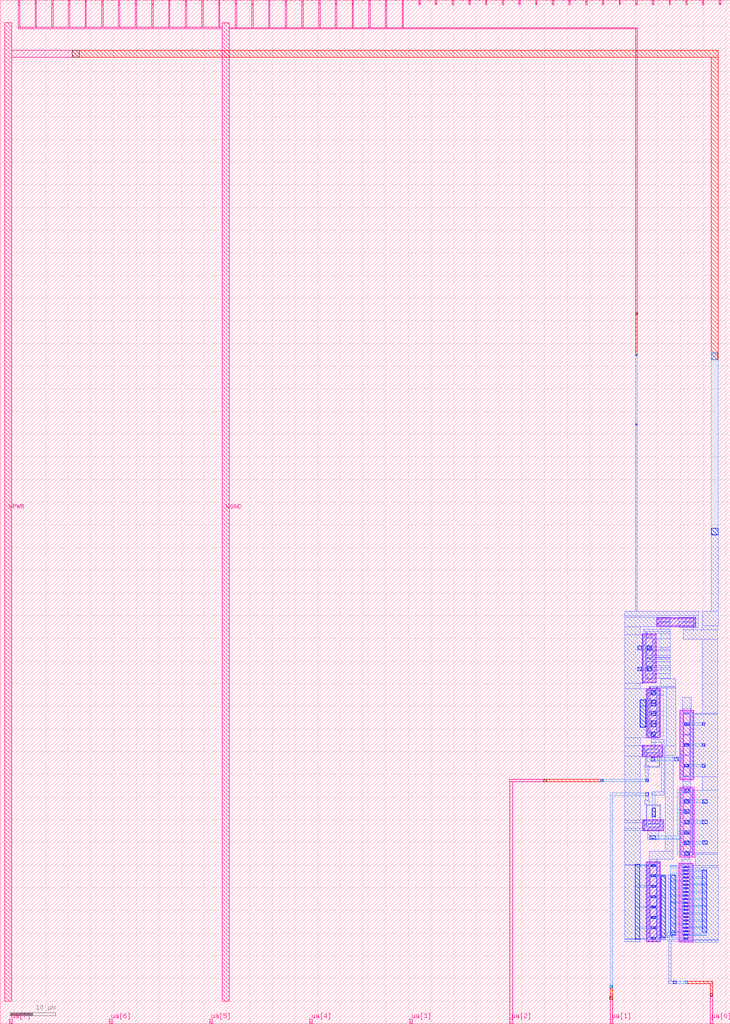
<source format=lef>
VERSION 5.7 ;
  NOWIREEXTENSIONATPIN ON ;
  DIVIDERCHAR "/" ;
  BUSBITCHARS "[]" ;
MACRO tt_um_argunda_tiny_opamp
  CLASS BLOCK ;
  FOREIGN tt_um_argunda_tiny_opamp ;
  ORIGIN 0.000 0.000 ;
  SIZE 161.000 BY 225.760 ;
  PIN clk
    DIRECTION INPUT ;
    USE SIGNAL ;
    PORT
      LAYER met4 ;
        RECT 154.870 224.760 155.170 225.760 ;
    END
  END clk
  PIN ena
    DIRECTION INPUT ;
    USE SIGNAL ;
    PORT
      LAYER met4 ;
        RECT 158.550 224.760 158.850 225.760 ;
    END
  END ena
  PIN rst_n
    DIRECTION INPUT ;
    USE SIGNAL ;
    PORT
      LAYER met4 ;
        RECT 151.190 224.760 151.490 225.760 ;
    END
  END rst_n
  PIN ua[0]
    DIRECTION INOUT ;
    USE SIGNAL ;
    ANTENNADIFFAREA 4.350000 ;
    PORT
      LAYER met4 ;
        RECT 156.560 0.000 157.160 1.000 ;
    END
  END ua[0]
  PIN ua[1]
    DIRECTION INOUT ;
    USE SIGNAL ;
    ANTENNAGATEAREA 1.250000 ;
    PORT
      LAYER met4 ;
        RECT 134.480 0.000 135.080 1.000 ;
    END
  END ua[1]
  PIN ua[2]
    DIRECTION INOUT ;
    USE SIGNAL ;
    ANTENNAGATEAREA 1.250000 ;
    PORT
      LAYER met4 ;
        RECT 112.400 0.000 113.000 1.000 ;
    END
  END ua[2]
  PIN ua[3]
    DIRECTION INOUT ;
    USE SIGNAL ;
    PORT
      LAYER met4 ;
        RECT 90.320 0.000 90.920 1.000 ;
    END
  END ua[3]
  PIN ua[4]
    DIRECTION INOUT ;
    USE SIGNAL ;
    PORT
      LAYER met4 ;
        RECT 68.240 0.000 68.840 1.000 ;
    END
  END ua[4]
  PIN ua[5]
    DIRECTION INOUT ;
    USE SIGNAL ;
    PORT
      LAYER met4 ;
        RECT 46.160 0.000 46.760 1.000 ;
    END
  END ua[5]
  PIN ua[6]
    DIRECTION INOUT ;
    USE SIGNAL ;
    PORT
      LAYER met4 ;
        RECT 24.080 0.000 24.680 1.000 ;
    END
  END ua[6]
  PIN ua[7]
    DIRECTION INOUT ;
    USE SIGNAL ;
    PORT
      LAYER met4 ;
        RECT 2.000 0.000 2.600 1.000 ;
    END
  END ua[7]
  PIN ui_in[0]
    DIRECTION INPUT ;
    USE SIGNAL ;
    PORT
      LAYER met4 ;
        RECT 147.510 224.760 147.810 225.760 ;
    END
  END ui_in[0]
  PIN ui_in[1]
    DIRECTION INPUT ;
    USE SIGNAL ;
    PORT
      LAYER met4 ;
        RECT 143.830 224.760 144.130 225.760 ;
    END
  END ui_in[1]
  PIN ui_in[2]
    DIRECTION INPUT ;
    USE SIGNAL ;
    PORT
      LAYER met4 ;
        RECT 140.150 224.760 140.450 225.760 ;
    END
  END ui_in[2]
  PIN ui_in[3]
    DIRECTION INPUT ;
    USE SIGNAL ;
    PORT
      LAYER met4 ;
        RECT 136.470 224.760 136.770 225.760 ;
    END
  END ui_in[3]
  PIN ui_in[4]
    DIRECTION INPUT ;
    USE SIGNAL ;
    PORT
      LAYER met4 ;
        RECT 132.790 224.760 133.090 225.760 ;
    END
  END ui_in[4]
  PIN ui_in[5]
    DIRECTION INPUT ;
    USE SIGNAL ;
    PORT
      LAYER met4 ;
        RECT 129.110 224.760 129.410 225.760 ;
    END
  END ui_in[5]
  PIN ui_in[6]
    DIRECTION INPUT ;
    USE SIGNAL ;
    PORT
      LAYER met4 ;
        RECT 125.430 224.760 125.730 225.760 ;
    END
  END ui_in[6]
  PIN ui_in[7]
    DIRECTION INPUT ;
    USE SIGNAL ;
    PORT
      LAYER met4 ;
        RECT 121.750 224.760 122.050 225.760 ;
    END
  END ui_in[7]
  PIN uio_in[0]
    DIRECTION INPUT ;
    USE SIGNAL ;
    PORT
      LAYER met4 ;
        RECT 118.070 224.760 118.370 225.760 ;
    END
  END uio_in[0]
  PIN uio_in[1]
    DIRECTION INPUT ;
    USE SIGNAL ;
    PORT
      LAYER met4 ;
        RECT 114.390 224.760 114.690 225.760 ;
    END
  END uio_in[1]
  PIN uio_in[2]
    DIRECTION INPUT ;
    USE SIGNAL ;
    PORT
      LAYER met4 ;
        RECT 110.710 224.760 111.010 225.760 ;
    END
  END uio_in[2]
  PIN uio_in[3]
    DIRECTION INPUT ;
    USE SIGNAL ;
    PORT
      LAYER met4 ;
        RECT 107.030 224.760 107.330 225.760 ;
    END
  END uio_in[3]
  PIN uio_in[4]
    DIRECTION INPUT ;
    USE SIGNAL ;
    PORT
      LAYER met4 ;
        RECT 103.350 224.760 103.650 225.760 ;
    END
  END uio_in[4]
  PIN uio_in[5]
    DIRECTION INPUT ;
    USE SIGNAL ;
    PORT
      LAYER met4 ;
        RECT 99.670 224.760 99.970 225.760 ;
    END
  END uio_in[5]
  PIN uio_in[6]
    DIRECTION INPUT ;
    USE SIGNAL ;
    PORT
      LAYER met4 ;
        RECT 95.990 224.760 96.290 225.760 ;
    END
  END uio_in[6]
  PIN uio_in[7]
    DIRECTION INPUT ;
    USE SIGNAL ;
    PORT
      LAYER met4 ;
        RECT 92.310 224.760 92.610 225.760 ;
    END
  END uio_in[7]
  PIN uio_oe[0]
    DIRECTION OUTPUT ;
    USE SIGNAL ;
    ANTENNADIFFAREA 25.116999 ;
    PORT
      LAYER met4 ;
        RECT 29.750 224.760 30.050 225.760 ;
    END
  END uio_oe[0]
  PIN uio_oe[1]
    DIRECTION OUTPUT ;
    USE SIGNAL ;
    ANTENNADIFFAREA 25.116999 ;
    PORT
      LAYER met4 ;
        RECT 26.070 224.760 26.370 225.760 ;
    END
  END uio_oe[1]
  PIN uio_oe[2]
    DIRECTION OUTPUT ;
    USE SIGNAL ;
    ANTENNADIFFAREA 25.116999 ;
    PORT
      LAYER met4 ;
        RECT 22.390 224.760 22.690 225.760 ;
    END
  END uio_oe[2]
  PIN uio_oe[3]
    DIRECTION OUTPUT ;
    USE SIGNAL ;
    ANTENNADIFFAREA 25.116999 ;
    PORT
      LAYER met4 ;
        RECT 18.710 224.760 19.010 225.760 ;
    END
  END uio_oe[3]
  PIN uio_oe[4]
    DIRECTION OUTPUT ;
    USE SIGNAL ;
    ANTENNADIFFAREA 25.116999 ;
    PORT
      LAYER met4 ;
        RECT 15.030 224.760 15.330 225.760 ;
    END
  END uio_oe[4]
  PIN uio_oe[5]
    DIRECTION OUTPUT ;
    USE SIGNAL ;
    ANTENNADIFFAREA 25.116999 ;
    PORT
      LAYER met4 ;
        RECT 11.350 224.760 11.650 225.760 ;
    END
  END uio_oe[5]
  PIN uio_oe[6]
    DIRECTION OUTPUT ;
    USE SIGNAL ;
    ANTENNADIFFAREA 25.116999 ;
    PORT
      LAYER met4 ;
        RECT 7.670 224.760 7.970 225.760 ;
    END
  END uio_oe[6]
  PIN uio_oe[7]
    DIRECTION OUTPUT ;
    USE SIGNAL ;
    ANTENNADIFFAREA 25.116999 ;
    PORT
      LAYER met4 ;
        RECT 3.990 224.760 4.290 225.760 ;
    END
  END uio_oe[7]
  PIN uio_out[0]
    DIRECTION OUTPUT ;
    USE SIGNAL ;
    ANTENNADIFFAREA 25.116999 ;
    PORT
      LAYER met4 ;
        RECT 59.190 224.760 59.490 225.760 ;
    END
  END uio_out[0]
  PIN uio_out[1]
    DIRECTION OUTPUT ;
    USE SIGNAL ;
    ANTENNADIFFAREA 25.116999 ;
    PORT
      LAYER met4 ;
        RECT 55.510 224.760 55.810 225.760 ;
    END
  END uio_out[1]
  PIN uio_out[2]
    DIRECTION OUTPUT ;
    USE SIGNAL ;
    ANTENNADIFFAREA 25.116999 ;
    PORT
      LAYER met4 ;
        RECT 51.830 224.760 52.130 225.760 ;
    END
  END uio_out[2]
  PIN uio_out[3]
    DIRECTION OUTPUT ;
    USE SIGNAL ;
    ANTENNADIFFAREA 25.116999 ;
    PORT
      LAYER met4 ;
        RECT 48.150 224.760 48.450 225.760 ;
    END
  END uio_out[3]
  PIN uio_out[4]
    DIRECTION OUTPUT ;
    USE SIGNAL ;
    ANTENNADIFFAREA 25.116999 ;
    PORT
      LAYER met4 ;
        RECT 44.470 224.760 44.770 225.760 ;
    END
  END uio_out[4]
  PIN uio_out[5]
    DIRECTION OUTPUT ;
    USE SIGNAL ;
    ANTENNADIFFAREA 25.116999 ;
    PORT
      LAYER met4 ;
        RECT 40.790 224.760 41.090 225.760 ;
    END
  END uio_out[5]
  PIN uio_out[6]
    DIRECTION OUTPUT ;
    USE SIGNAL ;
    ANTENNADIFFAREA 25.116999 ;
    PORT
      LAYER met4 ;
        RECT 37.110 224.760 37.410 225.760 ;
    END
  END uio_out[6]
  PIN uio_out[7]
    DIRECTION OUTPUT ;
    USE SIGNAL ;
    ANTENNADIFFAREA 25.116999 ;
    PORT
      LAYER met4 ;
        RECT 33.430 224.760 33.730 225.760 ;
    END
  END uio_out[7]
  PIN uo_out[0]
    DIRECTION OUTPUT ;
    USE SIGNAL ;
    ANTENNADIFFAREA 25.116999 ;
    PORT
      LAYER met4 ;
        RECT 88.630 224.760 88.930 225.760 ;
    END
  END uo_out[0]
  PIN uo_out[1]
    DIRECTION OUTPUT ;
    USE SIGNAL ;
    ANTENNADIFFAREA 25.116999 ;
    PORT
      LAYER met4 ;
        RECT 84.950 224.760 85.250 225.760 ;
    END
  END uo_out[1]
  PIN uo_out[2]
    DIRECTION OUTPUT ;
    USE SIGNAL ;
    ANTENNADIFFAREA 25.116999 ;
    PORT
      LAYER met4 ;
        RECT 81.270 224.760 81.570 225.760 ;
    END
  END uo_out[2]
  PIN uo_out[3]
    DIRECTION OUTPUT ;
    USE SIGNAL ;
    ANTENNADIFFAREA 25.116999 ;
    PORT
      LAYER met4 ;
        RECT 77.590 224.760 77.890 225.760 ;
    END
  END uo_out[3]
  PIN uo_out[4]
    DIRECTION OUTPUT ;
    USE SIGNAL ;
    ANTENNADIFFAREA 25.116999 ;
    PORT
      LAYER met4 ;
        RECT 73.910 224.760 74.210 225.760 ;
    END
  END uo_out[4]
  PIN uo_out[5]
    DIRECTION OUTPUT ;
    USE SIGNAL ;
    ANTENNADIFFAREA 25.116999 ;
    PORT
      LAYER met4 ;
        RECT 70.230 224.760 70.530 225.760 ;
    END
  END uo_out[5]
  PIN uo_out[6]
    DIRECTION OUTPUT ;
    USE SIGNAL ;
    ANTENNADIFFAREA 25.116999 ;
    PORT
      LAYER met4 ;
        RECT 66.550 224.760 66.850 225.760 ;
    END
  END uo_out[6]
  PIN uo_out[7]
    DIRECTION OUTPUT ;
    USE SIGNAL ;
    ANTENNADIFFAREA 25.116999 ;
    PORT
      LAYER met4 ;
        RECT 62.870 224.760 63.170 225.760 ;
    END
  END uo_out[7]
  PIN VPWR
    DIRECTION INOUT ;
    USE POWER ;
    PORT
      LAYER met4 ;
        RECT 1.000 5.000 2.500 220.760 ;
    END
  END VPWR
  PIN VGND
    DIRECTION INOUT ;
    USE GROUND ;
    PORT
      LAYER met4 ;
        RECT 49.000 5.000 50.500 220.760 ;
    END
  END VGND
  OBS
      LAYER pwell ;
        RECT 144.740 87.580 153.360 89.590 ;
        RECT 141.570 75.160 144.670 85.990 ;
        RECT 143.140 74.190 143.370 74.220 ;
        RECT 143.180 73.860 143.370 74.190 ;
        RECT 144.710 73.860 144.940 74.220 ;
        RECT 142.490 63.030 145.590 73.860 ;
        RECT 141.560 58.940 146.160 61.400 ;
      LAYER nwell ;
        RECT 149.810 53.780 153.000 69.190 ;
      LAYER pwell ;
        RECT 141.740 42.520 146.340 44.980 ;
      LAYER nwell ;
        RECT 149.860 36.760 153.050 52.170 ;
      LAYER pwell ;
        RECT 142.510 18.030 145.610 35.730 ;
      LAYER nwell ;
        RECT 149.630 17.970 152.820 35.440 ;
      LAYER li1 ;
        RECT 144.920 89.240 153.180 89.410 ;
        RECT 144.920 89.070 145.090 89.240 ;
        RECT 144.770 88.170 145.260 89.070 ;
        RECT 153.010 88.970 153.180 89.240 ;
        RECT 145.570 88.410 147.730 88.760 ;
        RECT 150.370 88.410 152.530 88.760 ;
        RECT 152.990 88.220 153.280 88.970 ;
        RECT 144.920 87.930 145.090 88.170 ;
        RECT 153.010 87.930 153.180 88.220 ;
        RECT 144.920 87.760 153.180 87.930 ;
        RECT 141.750 85.640 144.490 85.810 ;
        RECT 141.750 75.510 141.920 85.640 ;
        RECT 142.600 85.070 143.640 85.240 ;
        RECT 142.260 83.010 142.430 85.010 ;
        RECT 143.810 83.010 143.980 85.010 ;
        RECT 142.600 82.780 143.640 82.950 ;
        RECT 142.260 80.720 142.430 82.720 ;
        RECT 143.810 80.720 143.980 82.720 ;
        RECT 142.600 80.490 143.640 80.660 ;
        RECT 142.260 78.430 142.430 80.430 ;
        RECT 143.810 78.430 143.980 80.430 ;
        RECT 142.600 78.200 143.640 78.370 ;
        RECT 142.260 76.140 142.430 78.140 ;
        RECT 143.810 76.140 143.980 78.140 ;
        RECT 142.600 75.910 143.640 76.080 ;
        RECT 144.320 75.510 144.490 85.640 ;
        RECT 141.750 75.340 144.490 75.510 ;
        RECT 142.670 73.510 145.410 73.680 ;
        RECT 142.670 63.380 142.840 73.510 ;
        RECT 143.520 72.940 144.560 73.110 ;
        RECT 143.180 70.880 143.350 72.880 ;
        RECT 144.730 70.880 144.900 72.880 ;
        RECT 143.520 70.650 144.560 70.820 ;
        RECT 143.180 68.590 143.350 70.590 ;
        RECT 144.730 68.590 144.900 70.590 ;
        RECT 143.520 68.360 144.560 68.530 ;
        RECT 143.180 66.300 143.350 68.300 ;
        RECT 144.730 66.300 144.900 68.300 ;
        RECT 143.520 66.070 144.560 66.240 ;
        RECT 143.180 64.010 143.350 66.010 ;
        RECT 144.730 64.010 144.900 66.010 ;
        RECT 143.520 63.780 144.560 63.950 ;
        RECT 145.240 63.380 145.410 73.510 ;
        RECT 142.670 63.210 145.410 63.380 ;
        RECT 149.990 68.840 152.820 69.010 ;
        RECT 141.740 61.050 145.980 61.220 ;
        RECT 141.740 59.290 141.910 61.050 ;
        RECT 142.590 60.480 145.130 60.650 ;
        RECT 142.250 59.920 142.420 60.420 ;
        RECT 145.300 59.920 145.470 60.420 ;
        RECT 142.590 59.690 145.130 59.860 ;
        RECT 145.810 59.290 145.980 61.050 ;
        RECT 141.740 59.120 145.980 59.290 ;
        RECT 149.990 54.130 150.160 68.840 ;
        RECT 150.885 68.270 151.925 68.440 ;
        RECT 150.500 66.210 150.670 68.210 ;
        RECT 152.140 66.210 152.310 68.210 ;
        RECT 150.885 65.980 151.925 66.150 ;
        RECT 150.500 63.920 150.670 65.920 ;
        RECT 152.140 63.920 152.310 65.920 ;
        RECT 150.885 63.690 151.925 63.860 ;
        RECT 150.500 61.630 150.670 63.630 ;
        RECT 152.140 61.630 152.310 63.630 ;
        RECT 150.885 61.400 151.925 61.570 ;
        RECT 150.500 59.340 150.670 61.340 ;
        RECT 152.140 59.340 152.310 61.340 ;
        RECT 150.885 59.110 151.925 59.280 ;
        RECT 150.500 57.050 150.670 59.050 ;
        RECT 152.140 57.050 152.310 59.050 ;
        RECT 150.885 56.820 151.925 56.990 ;
        RECT 150.500 54.760 150.670 56.760 ;
        RECT 152.140 54.760 152.310 56.760 ;
        RECT 150.885 54.530 151.925 54.700 ;
        RECT 152.650 54.130 152.820 68.840 ;
        RECT 149.990 53.960 152.820 54.130 ;
        RECT 150.040 51.820 152.870 51.990 ;
        RECT 141.920 44.630 146.160 44.800 ;
        RECT 141.920 44.310 142.090 44.630 ;
        RECT 141.730 43.190 142.090 44.310 ;
        RECT 142.770 44.060 145.310 44.230 ;
        RECT 142.430 43.500 142.600 44.000 ;
        RECT 145.480 43.500 145.650 44.000 ;
        RECT 142.770 43.270 145.310 43.440 ;
        RECT 141.920 42.870 142.090 43.190 ;
        RECT 145.990 42.870 146.160 44.630 ;
        RECT 141.920 42.700 146.160 42.870 ;
        RECT 150.040 37.110 150.210 51.820 ;
        RECT 150.935 51.250 151.975 51.420 ;
        RECT 150.550 49.190 150.720 51.190 ;
        RECT 152.190 49.190 152.360 51.190 ;
        RECT 150.935 48.960 151.975 49.130 ;
        RECT 150.550 46.900 150.720 48.900 ;
        RECT 152.190 46.900 152.360 48.900 ;
        RECT 150.935 46.670 151.975 46.840 ;
        RECT 150.550 44.610 150.720 46.610 ;
        RECT 152.190 44.610 152.360 46.610 ;
        RECT 150.935 44.380 151.975 44.550 ;
        RECT 150.550 42.320 150.720 44.320 ;
        RECT 152.190 42.320 152.360 44.320 ;
        RECT 150.935 42.090 151.975 42.260 ;
        RECT 150.550 40.030 150.720 42.030 ;
        RECT 152.190 40.030 152.360 42.030 ;
        RECT 150.935 39.800 151.975 39.970 ;
        RECT 150.550 37.740 150.720 39.740 ;
        RECT 152.190 37.740 152.360 39.740 ;
        RECT 150.935 37.510 151.975 37.680 ;
        RECT 152.700 37.110 152.870 51.820 ;
        RECT 150.040 36.940 152.870 37.110 ;
        RECT 142.690 35.380 145.430 35.550 ;
        RECT 142.690 18.380 142.860 35.380 ;
        RECT 143.540 34.810 144.580 34.980 ;
        RECT 143.200 32.750 143.370 34.750 ;
        RECT 144.750 32.750 144.920 34.750 ;
        RECT 143.540 32.520 144.580 32.690 ;
        RECT 143.200 30.460 143.370 32.460 ;
        RECT 144.750 30.460 144.920 32.460 ;
        RECT 143.540 30.230 144.580 30.400 ;
        RECT 143.200 28.170 143.370 30.170 ;
        RECT 144.750 28.170 144.920 30.170 ;
        RECT 143.540 27.940 144.580 28.110 ;
        RECT 143.200 25.880 143.370 27.880 ;
        RECT 144.750 25.880 144.920 27.880 ;
        RECT 143.540 25.650 144.580 25.820 ;
        RECT 143.200 23.590 143.370 25.590 ;
        RECT 144.750 23.590 144.920 25.590 ;
        RECT 143.540 23.360 144.580 23.530 ;
        RECT 143.200 21.300 143.370 23.300 ;
        RECT 144.750 21.300 144.920 23.300 ;
        RECT 143.540 21.070 144.580 21.240 ;
        RECT 143.200 19.010 143.370 21.010 ;
        RECT 144.750 19.010 144.920 21.010 ;
        RECT 143.540 18.780 144.580 18.950 ;
        RECT 145.260 18.380 145.430 35.380 ;
        RECT 142.690 18.210 145.430 18.380 ;
        RECT 149.810 35.090 152.640 35.260 ;
        RECT 149.810 18.320 149.980 35.090 ;
        RECT 150.705 34.520 151.745 34.690 ;
        RECT 150.320 33.960 150.490 34.460 ;
        RECT 151.960 33.960 152.130 34.460 ;
        RECT 150.705 33.730 151.745 33.900 ;
        RECT 150.320 33.170 150.490 33.670 ;
        RECT 151.960 33.170 152.130 33.670 ;
        RECT 150.705 32.940 151.745 33.110 ;
        RECT 150.320 32.380 150.490 32.880 ;
        RECT 151.960 32.380 152.130 32.880 ;
        RECT 150.705 32.150 151.745 32.320 ;
        RECT 150.320 31.590 150.490 32.090 ;
        RECT 151.960 31.590 152.130 32.090 ;
        RECT 150.705 31.360 151.745 31.530 ;
        RECT 150.320 30.800 150.490 31.300 ;
        RECT 151.960 30.800 152.130 31.300 ;
        RECT 150.705 30.570 151.745 30.740 ;
        RECT 150.320 30.010 150.490 30.510 ;
        RECT 151.960 30.010 152.130 30.510 ;
        RECT 150.705 29.780 151.745 29.950 ;
        RECT 150.320 29.220 150.490 29.720 ;
        RECT 151.960 29.220 152.130 29.720 ;
        RECT 150.705 28.990 151.745 29.160 ;
        RECT 150.320 28.430 150.490 28.930 ;
        RECT 151.960 28.430 152.130 28.930 ;
        RECT 150.705 28.200 151.745 28.370 ;
        RECT 150.320 27.640 150.490 28.140 ;
        RECT 151.960 27.640 152.130 28.140 ;
        RECT 150.705 27.410 151.745 27.580 ;
        RECT 150.320 26.850 150.490 27.350 ;
        RECT 151.960 26.850 152.130 27.350 ;
        RECT 150.705 26.620 151.745 26.790 ;
        RECT 150.320 26.060 150.490 26.560 ;
        RECT 151.960 26.060 152.130 26.560 ;
        RECT 150.705 25.830 151.745 26.000 ;
        RECT 150.320 25.270 150.490 25.770 ;
        RECT 151.960 25.270 152.130 25.770 ;
        RECT 150.705 25.040 151.745 25.210 ;
        RECT 150.320 24.480 150.490 24.980 ;
        RECT 151.960 24.480 152.130 24.980 ;
        RECT 150.705 24.250 151.745 24.420 ;
        RECT 150.320 23.690 150.490 24.190 ;
        RECT 151.960 23.690 152.130 24.190 ;
        RECT 150.705 23.460 151.745 23.630 ;
        RECT 150.320 22.900 150.490 23.400 ;
        RECT 151.960 22.900 152.130 23.400 ;
        RECT 150.705 22.670 151.745 22.840 ;
        RECT 150.320 22.110 150.490 22.610 ;
        RECT 151.960 22.110 152.130 22.610 ;
        RECT 150.705 21.880 151.745 22.050 ;
        RECT 150.320 21.320 150.490 21.820 ;
        RECT 151.960 21.320 152.130 21.820 ;
        RECT 150.705 21.090 151.745 21.260 ;
        RECT 150.320 20.530 150.490 21.030 ;
        RECT 151.960 20.530 152.130 21.030 ;
        RECT 150.705 20.300 151.745 20.470 ;
        RECT 150.320 19.740 150.490 20.240 ;
        RECT 151.960 19.740 152.130 20.240 ;
        RECT 150.705 19.510 151.745 19.680 ;
        RECT 150.320 18.950 150.490 19.450 ;
        RECT 151.960 18.950 152.130 19.450 ;
        RECT 150.705 18.720 151.745 18.890 ;
        RECT 152.470 18.320 152.640 35.090 ;
        RECT 149.810 18.150 152.640 18.320 ;
      LAYER mcon ;
        RECT 145.660 88.490 147.645 88.680 ;
        RECT 150.455 88.490 152.440 88.680 ;
        RECT 141.750 75.820 141.920 85.330 ;
        RECT 142.680 85.070 143.560 85.240 ;
        RECT 142.260 83.090 142.430 84.930 ;
        RECT 143.810 83.090 143.980 84.930 ;
        RECT 142.680 82.780 143.560 82.950 ;
        RECT 142.260 80.800 142.430 82.640 ;
        RECT 143.810 80.800 143.980 82.640 ;
        RECT 142.680 80.490 143.560 80.660 ;
        RECT 142.260 78.510 142.430 80.350 ;
        RECT 143.810 78.510 143.980 80.350 ;
        RECT 142.680 78.200 143.560 78.370 ;
        RECT 142.260 76.220 142.430 78.060 ;
        RECT 143.810 76.220 143.980 78.060 ;
        RECT 142.680 75.910 143.560 76.080 ;
        RECT 142.670 63.690 142.840 73.200 ;
        RECT 143.600 72.940 144.480 73.110 ;
        RECT 143.180 70.960 143.350 72.800 ;
        RECT 144.730 70.960 144.900 72.800 ;
        RECT 143.600 70.650 144.480 70.820 ;
        RECT 143.180 68.670 143.350 70.510 ;
        RECT 144.730 68.670 144.900 70.510 ;
        RECT 143.600 68.360 144.480 68.530 ;
        RECT 143.180 66.380 143.350 68.220 ;
        RECT 144.730 66.380 144.900 68.220 ;
        RECT 143.600 66.070 144.480 66.240 ;
        RECT 143.180 64.090 143.350 65.930 ;
        RECT 144.730 64.090 144.900 65.930 ;
        RECT 143.600 63.780 144.480 63.950 ;
        RECT 141.740 59.600 141.910 60.740 ;
        RECT 142.670 60.480 145.050 60.650 ;
        RECT 142.250 60.000 142.420 60.340 ;
        RECT 145.300 60.000 145.470 60.340 ;
        RECT 142.670 59.690 145.050 59.860 ;
        RECT 150.965 68.270 151.845 68.440 ;
        RECT 150.500 66.290 150.670 68.130 ;
        RECT 152.140 66.290 152.310 68.130 ;
        RECT 150.965 65.980 151.845 66.150 ;
        RECT 150.500 64.000 150.670 65.840 ;
        RECT 152.140 64.000 152.310 65.840 ;
        RECT 150.965 63.690 151.845 63.860 ;
        RECT 150.500 61.710 150.670 63.550 ;
        RECT 152.140 61.710 152.310 63.550 ;
        RECT 150.965 61.400 151.845 61.570 ;
        RECT 150.500 59.420 150.670 61.260 ;
        RECT 152.140 59.420 152.310 61.260 ;
        RECT 150.965 59.110 151.845 59.280 ;
        RECT 150.500 57.130 150.670 58.970 ;
        RECT 152.140 57.130 152.310 58.970 ;
        RECT 150.965 56.820 151.845 56.990 ;
        RECT 150.500 54.840 150.670 56.680 ;
        RECT 152.140 54.840 152.310 56.680 ;
        RECT 150.965 54.530 151.845 54.700 ;
        RECT 152.650 54.440 152.820 68.530 ;
        RECT 141.730 43.190 142.080 44.310 ;
        RECT 142.850 44.060 145.230 44.230 ;
        RECT 142.430 43.580 142.600 43.920 ;
        RECT 145.480 43.580 145.650 43.920 ;
        RECT 142.850 43.270 145.230 43.440 ;
        RECT 151.015 51.250 151.895 51.420 ;
        RECT 150.550 49.270 150.720 51.110 ;
        RECT 152.190 49.270 152.360 51.110 ;
        RECT 151.015 48.960 151.895 49.130 ;
        RECT 150.550 46.980 150.720 48.820 ;
        RECT 152.190 46.980 152.360 48.820 ;
        RECT 151.015 46.670 151.895 46.840 ;
        RECT 150.550 44.690 150.720 46.530 ;
        RECT 152.190 44.690 152.360 46.530 ;
        RECT 151.015 44.380 151.895 44.550 ;
        RECT 150.550 42.400 150.720 44.240 ;
        RECT 152.190 42.400 152.360 44.240 ;
        RECT 151.015 42.090 151.895 42.260 ;
        RECT 150.550 40.110 150.720 41.950 ;
        RECT 152.190 40.110 152.360 41.950 ;
        RECT 151.015 39.800 151.895 39.970 ;
        RECT 150.550 37.820 150.720 39.660 ;
        RECT 152.190 37.820 152.360 39.660 ;
        RECT 151.015 37.510 151.895 37.680 ;
        RECT 152.700 37.420 152.870 51.510 ;
        RECT 142.690 18.690 142.860 35.070 ;
        RECT 143.620 34.810 144.500 34.980 ;
        RECT 143.200 32.830 143.370 34.670 ;
        RECT 144.750 32.830 144.920 34.670 ;
        RECT 143.620 32.520 144.500 32.690 ;
        RECT 143.200 30.540 143.370 32.380 ;
        RECT 144.750 30.540 144.920 32.380 ;
        RECT 143.620 30.230 144.500 30.400 ;
        RECT 143.200 28.250 143.370 30.090 ;
        RECT 144.750 28.250 144.920 30.090 ;
        RECT 143.620 27.940 144.500 28.110 ;
        RECT 143.200 25.960 143.370 27.800 ;
        RECT 144.750 25.960 144.920 27.800 ;
        RECT 143.620 25.650 144.500 25.820 ;
        RECT 143.200 23.670 143.370 25.510 ;
        RECT 144.750 23.670 144.920 25.510 ;
        RECT 143.620 23.360 144.500 23.530 ;
        RECT 143.200 21.380 143.370 23.220 ;
        RECT 144.750 21.380 144.920 23.220 ;
        RECT 143.620 21.070 144.500 21.240 ;
        RECT 143.200 19.090 143.370 20.930 ;
        RECT 144.750 19.090 144.920 20.930 ;
        RECT 143.620 18.780 144.500 18.950 ;
        RECT 150.785 34.520 151.665 34.690 ;
        RECT 150.320 34.040 150.490 34.380 ;
        RECT 151.960 34.040 152.130 34.380 ;
        RECT 150.785 33.730 151.665 33.900 ;
        RECT 150.320 33.250 150.490 33.590 ;
        RECT 151.960 33.250 152.130 33.590 ;
        RECT 150.785 32.940 151.665 33.110 ;
        RECT 150.320 32.460 150.490 32.800 ;
        RECT 151.960 32.460 152.130 32.800 ;
        RECT 150.785 32.150 151.665 32.320 ;
        RECT 150.320 31.670 150.490 32.010 ;
        RECT 151.960 31.670 152.130 32.010 ;
        RECT 150.785 31.360 151.665 31.530 ;
        RECT 150.320 30.880 150.490 31.220 ;
        RECT 151.960 30.880 152.130 31.220 ;
        RECT 150.785 30.570 151.665 30.740 ;
        RECT 150.320 30.090 150.490 30.430 ;
        RECT 151.960 30.090 152.130 30.430 ;
        RECT 150.785 29.780 151.665 29.950 ;
        RECT 150.320 29.300 150.490 29.640 ;
        RECT 151.960 29.300 152.130 29.640 ;
        RECT 150.785 28.990 151.665 29.160 ;
        RECT 150.320 28.510 150.490 28.850 ;
        RECT 151.960 28.510 152.130 28.850 ;
        RECT 150.785 28.200 151.665 28.370 ;
        RECT 150.320 27.720 150.490 28.060 ;
        RECT 151.960 27.720 152.130 28.060 ;
        RECT 150.785 27.410 151.665 27.580 ;
        RECT 150.320 26.930 150.490 27.270 ;
        RECT 151.960 26.930 152.130 27.270 ;
        RECT 150.785 26.620 151.665 26.790 ;
        RECT 150.320 26.140 150.490 26.480 ;
        RECT 151.960 26.140 152.130 26.480 ;
        RECT 150.785 25.830 151.665 26.000 ;
        RECT 150.320 25.350 150.490 25.690 ;
        RECT 151.960 25.350 152.130 25.690 ;
        RECT 150.785 25.040 151.665 25.210 ;
        RECT 150.320 24.560 150.490 24.900 ;
        RECT 151.960 24.560 152.130 24.900 ;
        RECT 150.785 24.250 151.665 24.420 ;
        RECT 150.320 23.770 150.490 24.110 ;
        RECT 151.960 23.770 152.130 24.110 ;
        RECT 150.785 23.460 151.665 23.630 ;
        RECT 150.320 22.980 150.490 23.320 ;
        RECT 151.960 22.980 152.130 23.320 ;
        RECT 150.785 22.670 151.665 22.840 ;
        RECT 150.320 22.190 150.490 22.530 ;
        RECT 151.960 22.190 152.130 22.530 ;
        RECT 150.785 21.880 151.665 22.050 ;
        RECT 150.320 21.400 150.490 21.740 ;
        RECT 151.960 21.400 152.130 21.740 ;
        RECT 150.785 21.090 151.665 21.260 ;
        RECT 150.320 20.610 150.490 20.950 ;
        RECT 151.960 20.610 152.130 20.950 ;
        RECT 150.785 20.300 151.665 20.470 ;
        RECT 150.320 19.820 150.490 20.160 ;
        RECT 151.960 19.820 152.130 20.160 ;
        RECT 150.785 19.510 151.665 19.680 ;
        RECT 150.320 19.030 150.490 19.370 ;
        RECT 151.960 19.030 152.130 19.370 ;
        RECT 150.785 18.720 151.665 18.890 ;
        RECT 150.290 18.150 152.160 18.320 ;
      LAYER met1 ;
        RECT 140.180 132.070 140.540 132.370 ;
        RECT 140.210 91.000 140.510 132.070 ;
        RECT 156.780 107.820 158.340 109.320 ;
        RECT 156.810 91.030 158.310 107.820 ;
        RECT 137.690 90.020 154.010 91.000 ;
        RECT 137.700 89.670 141.190 90.020 ;
        RECT 137.700 87.550 145.340 89.670 ;
        RECT 145.640 88.710 147.740 89.700 ;
        RECT 145.600 88.460 147.740 88.710 ;
        RECT 137.700 85.810 141.190 87.550 ;
        RECT 145.640 87.030 147.740 88.460 ;
        RECT 149.650 87.460 152.800 89.620 ;
        RECT 141.970 86.400 147.740 87.030 ;
        RECT 137.700 75.070 141.950 85.810 ;
        RECT 142.260 84.990 142.450 86.400 ;
        RECT 142.590 85.990 147.740 86.400 ;
        RECT 142.230 83.030 142.460 84.990 ;
        RECT 142.600 84.980 143.640 85.990 ;
        RECT 143.780 84.930 144.010 84.990 ;
        RECT 145.640 84.930 147.740 85.990 ;
        RECT 142.260 82.700 142.450 83.030 ;
        RECT 142.640 82.980 143.620 83.370 ;
        RECT 143.780 83.090 147.740 84.930 ;
        RECT 150.640 86.910 152.800 87.460 ;
        RECT 152.950 87.380 153.980 90.020 ;
        RECT 154.770 87.810 158.310 91.030 ;
        RECT 154.770 86.910 158.270 87.810 ;
        RECT 150.640 84.750 158.270 86.910 ;
        RECT 143.780 83.030 144.010 83.090 ;
        RECT 142.620 82.750 143.620 82.980 ;
        RECT 142.230 80.740 142.460 82.700 ;
        RECT 142.640 82.420 143.620 82.750 ;
        RECT 143.780 82.640 144.010 82.700 ;
        RECT 145.640 82.640 147.740 83.090 ;
        RECT 143.780 82.220 147.740 82.640 ;
        RECT 142.630 81.310 147.740 82.220 ;
        RECT 142.260 80.410 142.450 80.740 ;
        RECT 142.640 80.690 143.610 81.310 ;
        RECT 143.780 80.790 147.740 81.310 ;
        RECT 143.780 80.740 144.010 80.790 ;
        RECT 144.810 80.760 147.740 80.790 ;
        RECT 142.620 80.460 143.620 80.690 ;
        RECT 142.230 78.450 142.460 80.410 ;
        RECT 142.640 79.880 143.610 80.460 ;
        RECT 143.780 80.350 144.010 80.410 ;
        RECT 145.640 80.350 147.740 80.760 ;
        RECT 143.780 79.880 147.740 80.350 ;
        RECT 142.620 78.970 147.740 79.880 ;
        RECT 142.640 78.920 143.610 78.970 ;
        RECT 142.260 78.120 142.450 78.450 ;
        RECT 142.640 78.400 143.620 78.740 ;
        RECT 143.780 78.510 147.740 78.970 ;
        RECT 143.780 78.450 144.010 78.510 ;
        RECT 142.620 78.170 143.620 78.400 ;
        RECT 142.230 76.160 142.460 78.120 ;
        RECT 142.640 77.790 143.620 78.170 ;
        RECT 143.780 78.060 144.010 78.120 ;
        RECT 145.640 78.060 147.740 78.510 ;
        RECT 143.780 77.220 147.740 78.060 ;
        RECT 142.640 76.220 147.740 77.220 ;
        RECT 142.640 76.210 144.180 76.220 ;
        RECT 145.640 76.210 147.740 76.220 ;
        RECT 142.640 76.160 144.010 76.210 ;
        RECT 142.260 76.050 142.450 76.160 ;
        RECT 142.640 76.110 143.780 76.160 ;
        RECT 142.620 76.040 143.780 76.110 ;
        RECT 145.640 76.080 147.750 76.210 ;
        RECT 142.620 75.880 143.620 76.040 ;
        RECT 142.640 75.870 143.570 75.880 ;
        RECT 137.700 75.050 141.940 75.070 ;
        RECT 137.700 73.890 141.190 75.050 ;
        RECT 145.640 74.430 148.995 76.080 ;
        RECT 143.140 74.190 148.995 74.430 ;
        RECT 143.180 73.960 148.995 74.190 ;
        RECT 137.700 63.080 142.870 73.890 ;
        RECT 143.180 72.860 143.370 73.960 ;
        RECT 143.580 73.140 144.500 73.490 ;
        RECT 143.540 72.910 144.540 73.140 ;
        RECT 143.150 70.900 143.380 72.860 ;
        RECT 143.580 72.460 144.500 72.910 ;
        RECT 144.710 72.860 144.940 73.960 ;
        RECT 143.180 70.570 143.370 70.900 ;
        RECT 143.560 70.850 144.550 71.440 ;
        RECT 144.700 70.900 144.940 72.860 ;
        RECT 143.540 70.620 144.550 70.850 ;
        RECT 143.150 68.610 143.380 70.570 ;
        RECT 143.560 70.050 144.550 70.620 ;
        RECT 144.710 70.570 144.940 70.900 ;
        RECT 143.180 68.280 143.370 68.610 ;
        RECT 143.600 68.560 144.520 68.930 ;
        RECT 144.700 68.610 144.940 70.570 ;
        RECT 143.540 68.330 144.540 68.560 ;
        RECT 143.150 66.320 143.380 68.280 ;
        RECT 143.600 67.900 144.520 68.330 ;
        RECT 144.710 68.280 144.940 68.610 ;
        RECT 143.180 65.990 143.370 66.320 ;
        RECT 143.540 66.270 144.530 66.860 ;
        RECT 144.700 66.320 144.940 68.280 ;
        RECT 143.540 66.040 144.540 66.270 ;
        RECT 143.150 64.030 143.380 65.990 ;
        RECT 143.540 65.470 144.530 66.040 ;
        RECT 144.710 65.990 144.940 66.320 ;
        RECT 143.570 63.980 144.490 64.360 ;
        RECT 144.700 64.050 144.940 65.990 ;
        RECT 144.700 64.030 144.930 64.050 ;
        RECT 143.540 63.750 144.540 63.980 ;
        RECT 143.570 63.330 144.490 63.750 ;
        RECT 137.700 63.050 142.860 63.080 ;
        RECT 137.700 61.290 141.190 63.050 ;
        RECT 143.590 62.740 144.480 63.330 ;
        RECT 143.590 62.030 146.450 62.740 ;
        RECT 137.700 59.050 141.980 61.290 ;
        RECT 143.590 60.680 144.480 62.030 ;
        RECT 142.610 60.450 145.110 60.680 ;
        RECT 142.250 60.400 142.420 60.430 ;
        RECT 145.300 60.400 145.470 60.420 ;
        RECT 142.220 59.940 142.450 60.400 ;
        RECT 145.270 59.940 145.500 60.400 ;
        RECT 137.700 44.930 141.190 59.050 ;
        RECT 142.250 56.970 142.420 59.940 ;
        RECT 142.610 59.660 145.110 59.890 ;
        RECT 142.670 57.780 145.060 59.660 ;
        RECT 142.140 56.780 143.140 56.970 ;
        RECT 145.300 56.780 145.470 59.940 ;
        RECT 142.140 56.610 145.470 56.780 ;
        RECT 142.140 55.970 143.140 56.610 ;
        RECT 142.360 53.950 142.960 55.970 ;
        RECT 142.330 53.350 142.990 53.950 ;
        RECT 143.765 51.125 144.475 51.155 ;
        RECT 145.740 51.125 146.450 62.030 ;
        RECT 146.885 61.350 148.995 73.960 ;
        RECT 150.500 72.000 152.400 72.010 ;
        RECT 150.460 69.420 152.400 72.000 ;
        RECT 142.380 50.300 143.040 50.900 ;
        RECT 143.765 50.415 146.450 51.125 ;
        RECT 146.650 59.245 148.995 61.350 ;
        RECT 150.470 68.570 150.730 69.420 ;
        RECT 152.130 68.570 152.400 69.420 ;
        RECT 150.470 68.380 152.400 68.570 ;
        RECT 150.470 63.860 150.730 68.380 ;
        RECT 150.905 68.240 151.905 68.380 ;
        RECT 152.130 68.330 152.400 68.380 ;
        RECT 152.590 68.530 152.880 68.630 ;
        RECT 154.780 68.530 158.270 84.750 ;
        RECT 152.130 68.190 152.310 68.330 ;
        RECT 152.590 68.220 158.270 68.530 ;
        RECT 150.930 66.180 151.920 66.420 ;
        RECT 152.110 66.230 152.340 68.190 ;
        RECT 150.905 65.950 151.920 66.180 ;
        RECT 150.930 65.750 151.920 65.950 ;
        RECT 152.130 65.900 152.310 66.230 ;
        RECT 152.110 63.940 152.340 65.900 ;
        RECT 150.905 63.860 151.905 63.890 ;
        RECT 150.470 63.690 151.970 63.860 ;
        RECT 150.470 60.060 150.730 63.690 ;
        RECT 150.905 63.660 151.905 63.690 ;
        RECT 152.130 63.610 152.310 63.940 ;
        RECT 150.900 61.600 151.890 61.830 ;
        RECT 152.110 61.650 152.340 63.610 ;
        RECT 150.900 61.370 151.905 61.600 ;
        RECT 150.900 61.160 151.890 61.370 ;
        RECT 152.130 61.320 152.310 61.650 ;
        RECT 149.900 59.280 150.730 60.060 ;
        RECT 152.110 59.360 152.340 61.320 ;
        RECT 150.905 59.280 151.905 59.310 ;
        RECT 143.765 50.385 144.475 50.415 ;
        RECT 142.410 49.260 143.010 50.300 ;
        RECT 142.160 48.285 143.160 49.260 ;
        RECT 142.160 48.260 145.665 48.285 ;
        RECT 142.430 48.095 145.665 48.260 ;
        RECT 137.700 44.340 142.090 44.930 ;
        RECT 137.700 43.160 142.120 44.340 ;
        RECT 142.430 43.980 142.620 48.095 ;
        RECT 143.765 47.535 144.460 47.585 ;
        RECT 143.765 44.260 144.610 47.535 ;
        RECT 142.790 44.030 145.290 44.260 ;
        RECT 143.765 44.000 144.610 44.030 ;
        RECT 145.475 43.980 145.665 48.095 ;
        RECT 142.400 43.520 142.630 43.980 ;
        RECT 145.450 43.520 145.680 43.980 ;
        RECT 142.430 43.500 142.620 43.520 ;
        RECT 145.475 43.475 145.665 43.520 ;
        RECT 142.790 43.240 145.290 43.470 ;
        RECT 137.700 42.680 142.090 43.160 ;
        RECT 137.700 35.080 141.190 42.680 ;
        RECT 142.820 40.610 145.280 43.240 ;
        RECT 146.650 38.080 148.400 59.245 ;
        RECT 149.900 59.110 151.905 59.280 ;
        RECT 148.810 58.750 149.510 58.800 ;
        RECT 149.900 58.750 150.730 59.110 ;
        RECT 150.905 59.080 151.905 59.110 ;
        RECT 152.130 59.030 152.310 59.360 ;
        RECT 148.810 58.030 150.730 58.750 ;
        RECT 148.810 58.000 149.510 58.030 ;
        RECT 149.900 55.130 150.730 58.030 ;
        RECT 150.900 57.020 151.890 57.250 ;
        RECT 152.110 57.070 152.340 59.030 ;
        RECT 150.900 56.790 151.905 57.020 ;
        RECT 150.900 56.580 151.890 56.790 ;
        RECT 152.130 56.740 152.310 57.070 ;
        RECT 143.120 36.295 148.400 38.080 ;
        RECT 150.470 54.710 150.730 55.130 ;
        RECT 152.110 54.780 152.340 56.740 ;
        RECT 150.905 54.710 151.905 54.730 ;
        RECT 150.470 54.540 151.905 54.710 ;
        RECT 150.470 53.520 150.730 54.540 ;
        RECT 150.905 54.500 151.905 54.540 ;
        RECT 152.140 53.520 152.310 54.780 ;
        RECT 152.620 54.440 158.270 68.220 ;
        RECT 152.620 54.360 152.880 54.440 ;
        RECT 150.470 52.340 152.310 53.520 ;
        RECT 150.470 51.170 150.730 52.340 ;
        RECT 150.470 49.210 150.750 51.170 ;
        RECT 150.950 50.900 151.960 51.750 ;
        RECT 152.140 51.190 152.310 52.340 ;
        RECT 152.670 51.500 152.980 51.570 ;
        RECT 154.780 51.500 158.270 54.440 ;
        RECT 150.470 48.880 150.730 49.210 ;
        RECT 150.940 49.160 151.950 49.460 ;
        RECT 152.140 49.190 152.390 51.190 ;
        RECT 150.940 48.930 151.955 49.160 ;
        RECT 150.470 46.920 150.750 48.880 ;
        RECT 150.940 48.610 151.950 48.930 ;
        RECT 152.140 48.880 152.310 49.190 ;
        RECT 150.470 46.590 150.730 46.920 ;
        RECT 150.470 44.630 150.750 46.590 ;
        RECT 150.950 46.360 151.960 47.210 ;
        RECT 150.470 44.300 150.730 44.630 ;
        RECT 150.960 44.580 151.970 44.900 ;
        RECT 150.955 44.350 151.970 44.580 ;
        RECT 150.470 42.340 150.750 44.300 ;
        RECT 150.960 44.050 151.970 44.350 ;
        RECT 152.140 44.630 152.390 48.880 ;
        RECT 152.140 44.310 152.310 44.630 ;
        RECT 150.470 42.010 150.730 42.340 ;
        RECT 150.940 42.290 151.950 42.620 ;
        RECT 152.140 42.340 152.390 44.310 ;
        RECT 150.940 42.060 151.955 42.290 ;
        RECT 150.470 40.050 150.750 42.010 ;
        RECT 150.940 41.770 151.950 42.060 ;
        RECT 152.140 42.030 152.310 42.340 ;
        RECT 150.470 39.720 150.730 40.050 ;
        RECT 150.940 40.000 151.950 40.330 ;
        RECT 152.140 40.050 152.390 42.030 ;
        RECT 150.940 39.770 151.955 40.000 ;
        RECT 150.470 37.760 150.750 39.720 ;
        RECT 150.940 39.480 151.950 39.770 ;
        RECT 152.140 39.740 152.310 40.050 ;
        RECT 150.970 37.950 151.980 38.010 ;
        RECT 150.470 37.750 150.730 37.760 ;
        RECT 143.120 36.290 146.810 36.295 ;
        RECT 142.630 35.080 142.920 35.130 ;
        RECT 137.700 34.990 142.920 35.080 ;
        RECT 137.700 18.750 142.890 34.990 ;
        RECT 143.190 34.730 143.400 36.290 ;
        RECT 143.580 35.010 144.580 35.160 ;
        RECT 143.560 34.780 144.580 35.010 ;
        RECT 143.170 32.770 143.400 34.730 ;
        RECT 143.580 34.650 144.580 34.780 ;
        RECT 144.720 34.730 144.930 36.290 ;
        RECT 150.950 36.270 151.990 37.950 ;
        RECT 152.140 37.760 152.390 39.740 ;
        RECT 152.140 37.745 152.310 37.760 ;
        RECT 152.670 37.740 158.270 51.500 ;
        RECT 152.640 37.410 158.270 37.740 ;
        RECT 152.640 37.300 152.960 37.410 ;
        RECT 150.290 35.260 152.160 36.270 ;
        RECT 150.290 35.040 152.130 35.260 ;
        RECT 143.190 32.440 143.400 32.770 ;
        RECT 143.570 32.720 144.570 32.880 ;
        RECT 143.560 32.490 144.570 32.720 ;
        RECT 143.170 30.480 143.400 32.440 ;
        RECT 143.570 32.370 144.570 32.490 ;
        RECT 144.720 32.770 144.950 34.730 ;
        RECT 144.720 32.440 144.930 32.770 ;
        RECT 143.190 30.150 143.400 30.480 ;
        RECT 143.580 30.430 144.580 30.580 ;
        RECT 143.560 30.200 144.580 30.430 ;
        RECT 143.170 28.190 143.400 30.150 ;
        RECT 143.580 30.070 144.580 30.200 ;
        RECT 144.720 30.480 144.950 32.440 ;
        RECT 144.720 30.150 144.930 30.480 ;
        RECT 143.190 27.860 143.400 28.190 ;
        RECT 143.170 25.900 143.400 27.860 ;
        RECT 143.550 28.140 144.550 28.250 ;
        RECT 144.720 28.190 144.950 30.150 ;
        RECT 143.550 27.910 144.560 28.140 ;
        RECT 143.550 27.740 144.550 27.910 ;
        RECT 144.720 27.860 144.930 28.190 ;
        RECT 143.190 25.570 143.400 25.900 ;
        RECT 143.580 25.850 144.580 26.000 ;
        RECT 143.560 25.620 144.580 25.850 ;
        RECT 143.170 23.610 143.400 25.570 ;
        RECT 143.580 25.490 144.580 25.620 ;
        RECT 144.720 25.900 144.950 27.860 ;
        RECT 144.720 25.570 144.930 25.900 ;
        RECT 143.190 23.280 143.400 23.610 ;
        RECT 143.570 23.560 144.570 23.710 ;
        RECT 143.560 23.330 144.570 23.560 ;
        RECT 143.170 21.320 143.400 23.280 ;
        RECT 143.570 23.200 144.570 23.330 ;
        RECT 144.720 23.610 144.950 25.570 ;
        RECT 144.720 23.280 144.930 23.610 ;
        RECT 143.190 20.990 143.400 21.320 ;
        RECT 143.570 21.270 144.570 21.410 ;
        RECT 143.560 21.040 144.570 21.270 ;
        RECT 143.170 19.030 143.400 20.990 ;
        RECT 143.570 20.900 144.570 21.040 ;
        RECT 144.720 21.320 144.950 23.280 ;
        RECT 144.720 20.990 144.930 21.320 ;
        RECT 143.190 19.000 143.400 19.030 ;
        RECT 143.550 18.980 144.550 19.120 ;
        RECT 144.720 19.030 144.950 20.990 ;
        RECT 145.690 19.300 146.860 32.850 ;
        RECT 147.370 20.090 149.060 32.880 ;
        RECT 147.070 19.390 149.060 20.090 ;
        RECT 147.070 19.300 148.320 19.390 ;
        RECT 143.550 18.750 144.560 18.980 ;
        RECT 144.720 18.970 144.930 19.030 ;
        RECT 145.690 18.930 148.320 19.300 ;
        RECT 150.290 18.965 150.520 35.040 ;
        RECT 150.730 34.720 151.760 34.790 ;
        RECT 150.725 34.490 151.760 34.720 ;
        RECT 150.730 34.410 151.760 34.490 ;
        RECT 151.930 34.440 152.130 35.040 ;
        RECT 152.580 34.820 152.770 34.920 ;
        RECT 153.240 34.820 158.270 37.410 ;
        RECT 152.580 34.440 158.270 34.820 ;
        RECT 150.690 33.930 151.720 34.010 ;
        RECT 151.930 33.980 152.160 34.440 ;
        RECT 150.690 33.700 151.725 33.930 ;
        RECT 150.690 33.630 151.720 33.700 ;
        RECT 151.930 33.650 152.130 33.980 ;
        RECT 150.700 32.830 151.730 33.210 ;
        RECT 150.710 32.060 151.740 32.440 ;
        RECT 150.700 31.270 151.730 31.650 ;
        RECT 150.700 30.480 151.730 30.860 ;
        RECT 150.710 29.670 151.740 30.050 ;
        RECT 150.700 28.890 151.730 29.270 ;
        RECT 150.710 28.090 151.740 28.470 ;
        RECT 150.710 27.300 151.740 27.680 ;
        RECT 150.700 26.520 151.730 26.900 ;
        RECT 150.700 25.730 151.730 26.110 ;
        RECT 150.710 24.940 151.740 25.320 ;
        RECT 150.700 24.150 151.730 24.530 ;
        RECT 150.700 23.370 151.730 23.750 ;
        RECT 150.700 22.580 151.730 22.960 ;
        RECT 150.700 21.790 151.730 22.170 ;
        RECT 150.720 20.980 151.750 21.360 ;
        RECT 150.720 20.200 151.750 20.580 ;
        RECT 150.700 19.420 151.730 19.800 ;
        RECT 137.700 18.660 142.920 18.750 ;
        RECT 137.700 18.085 141.190 18.660 ;
        RECT 142.630 18.610 142.920 18.660 ;
        RECT 143.550 18.610 144.550 18.750 ;
        RECT 145.690 18.500 148.220 18.930 ;
        RECT 150.690 18.920 151.720 19.000 ;
        RECT 151.930 18.965 152.160 33.650 ;
        RECT 150.690 18.690 151.725 18.920 ;
        RECT 150.690 18.620 151.720 18.690 ;
        RECT 152.580 18.520 158.310 34.440 ;
        RECT 147.220 18.190 148.220 18.500 ;
        RECT 152.410 18.450 158.310 18.520 ;
        RECT 147.420 9.410 148.020 18.190 ;
        RECT 149.660 17.930 158.310 18.450 ;
        RECT 148.440 9.410 149.040 9.440 ;
        RECT 147.380 8.810 149.040 9.410 ;
        RECT 148.440 8.780 149.040 8.810 ;
      LAYER via ;
        RECT 140.210 132.070 140.510 132.370 ;
        RECT 156.810 107.820 158.310 109.320 ;
        RECT 140.620 82.460 141.420 83.310 ;
        RECT 142.640 82.470 143.620 83.320 ;
        RECT 140.620 77.830 141.420 78.680 ;
        RECT 142.640 77.840 143.620 78.690 ;
        RECT 141.130 65.440 142.320 71.420 ;
        RECT 143.580 72.510 144.500 73.440 ;
        RECT 143.560 70.100 144.550 71.390 ;
        RECT 143.600 67.950 144.520 68.880 ;
        RECT 143.540 65.520 144.530 66.810 ;
        RECT 143.570 63.380 144.490 64.310 ;
        RECT 143.590 58.050 144.370 58.750 ;
        RECT 142.360 53.350 142.960 53.950 ;
        RECT 142.410 50.300 143.010 50.900 ;
        RECT 150.930 65.800 151.920 66.370 ;
        RECT 154.800 65.800 155.380 66.360 ;
        RECT 150.900 61.210 151.890 61.780 ;
        RECT 154.790 61.220 155.410 61.790 ;
        RECT 143.765 45.680 144.460 47.535 ;
        RECT 143.270 40.780 144.430 41.490 ;
        RECT 148.810 58.050 149.510 58.750 ;
        RECT 150.900 56.630 151.890 57.200 ;
        RECT 154.800 56.620 155.460 57.190 ;
        RECT 150.950 50.950 151.960 51.700 ;
        RECT 150.940 48.660 151.950 49.410 ;
        RECT 150.950 46.410 151.960 47.160 ;
        RECT 150.960 44.100 151.970 44.850 ;
        RECT 154.900 48.680 155.910 49.430 ;
        RECT 150.940 41.820 151.950 42.570 ;
        RECT 154.870 44.100 155.880 44.850 ;
        RECT 150.940 39.530 151.950 40.280 ;
        RECT 150.970 37.210 151.980 37.960 ;
        RECT 154.890 39.570 155.900 40.320 ;
        RECT 140.050 18.600 140.990 35.140 ;
        RECT 143.580 34.700 144.580 35.110 ;
        RECT 143.570 32.420 144.570 32.830 ;
        RECT 143.580 30.120 144.580 30.530 ;
        RECT 143.550 27.790 144.550 28.200 ;
        RECT 143.580 25.540 144.580 25.950 ;
        RECT 143.570 23.250 144.570 23.660 ;
        RECT 143.570 20.950 144.570 21.360 ;
        RECT 143.550 18.660 144.550 19.070 ;
        RECT 145.800 18.920 146.660 32.690 ;
        RECT 147.880 19.670 148.920 32.730 ;
        RECT 150.730 34.460 151.760 34.740 ;
        RECT 150.690 33.680 151.720 33.960 ;
        RECT 150.700 32.880 151.730 33.160 ;
        RECT 150.710 32.110 151.740 32.390 ;
        RECT 150.700 31.320 151.730 31.600 ;
        RECT 150.700 30.530 151.730 30.810 ;
        RECT 150.710 29.720 151.740 30.000 ;
        RECT 150.700 28.940 151.730 29.220 ;
        RECT 150.710 28.140 151.740 28.420 ;
        RECT 150.710 27.350 151.740 27.630 ;
        RECT 150.700 26.570 151.730 26.850 ;
        RECT 150.700 25.780 151.730 26.060 ;
        RECT 150.710 24.990 151.740 25.270 ;
        RECT 150.700 24.200 151.730 24.480 ;
        RECT 150.700 23.420 151.730 23.700 ;
        RECT 150.700 22.630 151.730 22.910 ;
        RECT 150.700 21.840 151.730 22.120 ;
        RECT 150.720 21.030 151.750 21.310 ;
        RECT 150.720 20.250 151.750 20.530 ;
        RECT 150.700 19.470 151.730 19.750 ;
        RECT 154.820 20.140 155.770 33.870 ;
        RECT 150.690 18.670 151.720 18.950 ;
        RECT 148.440 8.810 149.040 9.410 ;
      LAYER met2 ;
        RECT 156.810 147.935 158.310 147.960 ;
        RECT 140.210 147.630 140.510 147.640 ;
        RECT 140.175 147.350 140.545 147.630 ;
        RECT 140.210 132.040 140.510 147.350 ;
        RECT 156.790 146.485 158.330 147.935 ;
        RECT 156.810 107.790 158.310 146.485 ;
        RECT 140.610 83.310 143.670 83.320 ;
        RECT 140.570 82.470 143.670 83.310 ;
        RECT 140.570 82.460 143.650 82.470 ;
        RECT 140.570 78.670 141.470 78.680 ;
        RECT 142.590 78.670 143.670 78.690 ;
        RECT 140.570 77.830 143.670 78.670 ;
        RECT 143.530 72.510 146.330 73.440 ;
        RECT 143.580 72.490 146.330 72.510 ;
        RECT 141.080 71.390 142.370 71.420 ;
        RECT 141.080 70.100 144.600 71.390 ;
        RECT 141.080 70.070 144.560 70.100 ;
        RECT 141.080 66.790 142.370 70.070 ;
        RECT 143.550 68.875 144.570 68.880 ;
        RECT 145.380 68.875 146.330 72.490 ;
        RECT 143.550 67.950 146.330 68.875 ;
        RECT 143.585 67.925 146.330 67.950 ;
        RECT 143.490 66.790 144.580 66.810 ;
        RECT 141.080 65.520 144.580 66.790 ;
        RECT 141.080 65.470 144.570 65.520 ;
        RECT 141.080 65.440 142.370 65.470 ;
        RECT 145.380 64.335 146.330 67.925 ;
        RECT 150.930 66.370 151.920 66.420 ;
        RECT 150.880 66.360 155.390 66.370 ;
        RECT 150.880 65.800 155.430 66.360 ;
        RECT 150.930 65.750 151.920 65.800 ;
        RECT 143.545 64.310 146.330 64.335 ;
        RECT 143.520 63.385 146.330 64.310 ;
        RECT 143.520 63.380 144.540 63.385 ;
        RECT 150.900 61.780 151.890 61.830 ;
        RECT 154.740 61.780 155.460 61.790 ;
        RECT 150.850 61.220 155.460 61.780 ;
        RECT 150.850 61.210 155.170 61.220 ;
        RECT 150.900 61.200 155.170 61.210 ;
        RECT 150.900 61.160 151.890 61.200 ;
        RECT 143.540 58.050 149.560 58.750 ;
        RECT 150.900 57.200 151.890 57.250 ;
        RECT 150.850 57.190 151.890 57.200 ;
        RECT 150.850 56.640 155.510 57.190 ;
        RECT 150.850 56.630 151.940 56.640 ;
        RECT 150.900 56.580 151.890 56.630 ;
        RECT 154.750 56.620 155.510 56.640 ;
        RECT 132.385 53.950 132.935 53.970 ;
        RECT 142.360 53.950 142.960 53.980 ;
        RECT 132.360 53.350 142.960 53.950 ;
        RECT 132.385 53.330 132.935 53.350 ;
        RECT 142.360 53.320 142.960 53.350 ;
        RECT 150.900 51.690 152.010 51.700 ;
        RECT 142.410 50.900 143.010 50.930 ;
        RECT 134.480 50.300 143.010 50.900 ;
        RECT 143.735 50.415 144.505 51.125 ;
        RECT 149.270 50.950 152.010 51.690 ;
        RECT 149.270 50.930 151.990 50.950 ;
        RECT 134.480 8.455 135.080 50.300 ;
        RECT 142.410 50.270 143.010 50.300 ;
        RECT 143.765 47.535 144.475 50.415 ;
        RECT 143.715 45.680 144.510 47.535 ;
        RECT 149.270 47.150 150.220 50.930 ;
        RECT 150.890 49.370 152.000 49.410 ;
        RECT 154.850 49.370 155.960 49.430 ;
        RECT 150.890 48.700 155.960 49.370 ;
        RECT 150.890 48.660 152.000 48.700 ;
        RECT 154.850 48.680 155.960 48.700 ;
        RECT 150.900 47.150 152.010 47.160 ;
        RECT 149.270 46.450 152.010 47.150 ;
        RECT 149.270 42.550 150.220 46.450 ;
        RECT 150.900 46.410 152.010 46.450 ;
        RECT 150.910 44.830 152.020 44.850 ;
        RECT 154.820 44.830 155.930 44.850 ;
        RECT 150.910 44.160 155.930 44.830 ;
        RECT 150.910 44.100 152.020 44.160 ;
        RECT 154.820 44.100 155.930 44.160 ;
        RECT 150.890 42.550 152.000 42.570 ;
        RECT 149.270 41.850 152.000 42.550 ;
        RECT 149.270 41.490 150.220 41.850 ;
        RECT 150.890 41.820 152.000 41.850 ;
        RECT 143.220 40.780 150.220 41.490 ;
        RECT 143.280 40.730 150.220 40.780 ;
        RECT 149.260 37.960 150.220 40.730 ;
        RECT 150.900 40.260 152.000 40.280 ;
        RECT 154.840 40.260 155.950 40.320 ;
        RECT 150.900 39.590 155.950 40.260 ;
        RECT 150.900 39.530 152.000 39.590 ;
        RECT 154.840 39.570 155.950 39.590 ;
        RECT 149.260 37.260 152.030 37.960 ;
        RECT 150.920 37.210 152.030 37.260 ;
        RECT 140.000 35.110 141.040 35.140 ;
        RECT 140.000 34.730 144.630 35.110 ;
        RECT 140.000 30.510 141.040 34.730 ;
        RECT 143.530 34.700 144.630 34.730 ;
        RECT 147.810 34.890 149.140 34.910 ;
        RECT 147.810 34.780 149.360 34.890 ;
        RECT 147.810 34.450 151.810 34.780 ;
        RECT 147.810 33.190 149.360 34.450 ;
        RECT 150.640 33.650 155.850 33.980 ;
        RECT 147.810 32.860 151.780 33.190 ;
        RECT 143.520 32.810 144.620 32.830 ;
        RECT 143.520 32.790 146.140 32.810 ;
        RECT 143.520 32.690 146.670 32.790 ;
        RECT 143.520 32.430 146.710 32.690 ;
        RECT 143.520 32.420 144.620 32.430 ;
        RECT 143.530 30.510 144.630 30.530 ;
        RECT 140.000 30.130 144.630 30.510 ;
        RECT 140.000 25.920 141.040 30.130 ;
        RECT 143.530 30.120 144.630 30.130 ;
        RECT 145.730 28.210 146.710 32.430 ;
        RECT 143.530 28.200 146.710 28.210 ;
        RECT 143.500 27.830 146.710 28.200 ;
        RECT 143.500 27.790 144.600 27.830 ;
        RECT 143.530 25.920 144.630 25.950 ;
        RECT 140.000 25.540 144.630 25.920 ;
        RECT 140.000 21.340 141.040 25.540 ;
        RECT 145.730 23.660 146.710 27.830 ;
        RECT 143.520 23.280 146.710 23.660 ;
        RECT 143.520 23.250 144.620 23.280 ;
        RECT 143.520 21.340 144.620 21.360 ;
        RECT 140.000 20.960 144.620 21.340 ;
        RECT 140.000 18.600 141.040 20.960 ;
        RECT 143.520 20.950 144.620 20.960 ;
        RECT 143.500 19.050 144.600 19.070 ;
        RECT 145.730 19.050 146.710 23.280 ;
        RECT 147.810 31.620 149.360 32.860 ;
        RECT 153.080 32.410 155.850 33.650 ;
        RECT 150.680 32.390 155.850 32.410 ;
        RECT 150.660 32.110 155.850 32.390 ;
        RECT 150.680 32.080 155.850 32.110 ;
        RECT 147.810 31.600 151.760 31.620 ;
        RECT 147.810 31.320 151.780 31.600 ;
        RECT 147.810 31.290 151.760 31.320 ;
        RECT 147.810 30.020 149.360 31.290 ;
        RECT 153.080 30.840 155.850 32.080 ;
        RECT 150.680 30.810 155.850 30.840 ;
        RECT 150.650 30.530 155.850 30.810 ;
        RECT 150.680 30.510 155.850 30.530 ;
        RECT 147.810 29.690 151.790 30.020 ;
        RECT 147.810 28.450 149.360 29.690 ;
        RECT 153.080 29.250 155.850 30.510 ;
        RECT 150.630 28.920 155.850 29.250 ;
        RECT 147.810 28.120 151.790 28.450 ;
        RECT 147.810 26.880 149.360 28.120 ;
        RECT 153.080 27.650 155.850 28.920 ;
        RECT 150.690 27.630 155.850 27.650 ;
        RECT 150.660 27.350 155.850 27.630 ;
        RECT 150.690 27.320 155.850 27.350 ;
        RECT 147.810 26.850 151.770 26.880 ;
        RECT 147.810 26.570 151.780 26.850 ;
        RECT 147.810 26.550 151.770 26.570 ;
        RECT 147.810 25.310 149.360 26.550 ;
        RECT 153.080 26.090 155.850 27.320 ;
        RECT 150.680 26.060 155.850 26.090 ;
        RECT 150.650 25.780 155.850 26.060 ;
        RECT 150.680 25.760 155.850 25.780 ;
        RECT 147.810 24.980 151.790 25.310 ;
        RECT 147.810 23.730 149.360 24.980 ;
        RECT 153.080 24.500 155.850 25.760 ;
        RECT 150.670 24.480 155.850 24.500 ;
        RECT 150.650 24.200 155.850 24.480 ;
        RECT 150.670 24.170 155.850 24.200 ;
        RECT 147.810 23.700 151.750 23.730 ;
        RECT 147.810 23.420 151.780 23.700 ;
        RECT 147.810 23.400 151.750 23.420 ;
        RECT 147.810 22.130 149.360 23.400 ;
        RECT 153.080 22.930 155.850 24.170 ;
        RECT 150.680 22.910 155.850 22.930 ;
        RECT 150.650 22.630 155.850 22.910 ;
        RECT 150.680 22.600 155.850 22.630 ;
        RECT 147.810 22.120 151.770 22.130 ;
        RECT 147.810 21.840 151.780 22.120 ;
        RECT 147.810 21.800 151.770 21.840 ;
        RECT 147.810 20.560 149.360 21.800 ;
        RECT 153.080 21.340 155.850 22.600 ;
        RECT 150.680 21.310 155.850 21.340 ;
        RECT 150.670 21.030 155.850 21.310 ;
        RECT 150.680 21.010 155.850 21.030 ;
        RECT 147.810 20.530 151.750 20.560 ;
        RECT 147.810 20.250 151.800 20.530 ;
        RECT 147.810 20.230 151.750 20.250 ;
        RECT 147.810 19.490 149.360 20.230 ;
        RECT 153.080 19.780 155.850 21.010 ;
        RECT 150.690 19.750 155.850 19.780 ;
        RECT 143.500 18.920 146.710 19.050 ;
        RECT 148.500 18.970 149.360 19.490 ;
        RECT 150.650 19.470 155.850 19.750 ;
        RECT 150.690 19.450 155.850 19.470 ;
        RECT 153.080 19.400 155.850 19.450 ;
        RECT 143.500 18.670 146.670 18.920 ;
        RECT 143.500 18.660 144.600 18.670 ;
        RECT 145.730 18.610 146.670 18.670 ;
        RECT 148.500 18.640 151.780 18.970 ;
        RECT 148.500 18.140 149.360 18.640 ;
        RECT 151.075 9.410 151.625 9.430 ;
        RECT 148.410 8.810 151.650 9.410 ;
        RECT 151.075 8.790 151.625 8.810 ;
        RECT 134.460 7.905 135.100 8.455 ;
        RECT 134.480 7.880 135.080 7.905 ;
      LAYER via2 ;
        RECT 140.220 147.350 140.500 147.630 ;
        RECT 156.835 146.485 158.285 147.935 ;
        RECT 132.385 53.375 132.935 53.925 ;
        RECT 151.075 8.835 151.625 9.385 ;
        RECT 134.505 7.905 135.055 8.455 ;
      LAYER met3 ;
        RECT 15.905 214.660 17.395 214.685 ;
        RECT 15.900 213.160 158.310 214.660 ;
        RECT 15.905 213.135 17.395 213.160 ;
        RECT 140.170 156.490 140.550 156.810 ;
        RECT 140.210 147.655 140.510 156.490 ;
        RECT 140.195 147.325 140.525 147.655 ;
        RECT 156.810 146.460 158.310 213.160 ;
        RECT 119.905 53.950 120.495 53.975 ;
        RECT 119.900 53.350 132.960 53.950 ;
        RECT 119.905 53.325 120.495 53.350 ;
        RECT 151.050 8.810 157.160 9.410 ;
        RECT 134.480 6.015 135.080 8.480 ;
        RECT 156.560 6.715 157.160 8.810 ;
        RECT 156.535 6.125 157.185 6.715 ;
        RECT 156.560 6.120 157.160 6.125 ;
        RECT 134.455 5.425 135.105 6.015 ;
        RECT 134.480 5.420 135.080 5.425 ;
      LAYER via3 ;
        RECT 15.905 213.165 17.395 214.655 ;
        RECT 140.200 156.490 140.520 156.810 ;
        RECT 119.905 53.355 120.495 53.945 ;
        RECT 156.565 6.125 157.155 6.715 ;
        RECT 134.485 5.425 135.075 6.015 ;
      LAYER met4 ;
        RECT 3.990 219.750 4.290 224.760 ;
        RECT 7.670 219.750 7.970 224.760 ;
        RECT 11.350 219.750 11.650 224.760 ;
        RECT 15.030 219.750 15.330 224.760 ;
        RECT 18.710 219.750 19.010 224.760 ;
        RECT 22.390 219.750 22.690 224.760 ;
        RECT 26.070 219.750 26.370 224.760 ;
        RECT 29.750 219.750 30.050 224.760 ;
        RECT 33.430 219.750 33.730 224.760 ;
        RECT 37.110 219.750 37.410 224.760 ;
        RECT 40.790 219.750 41.090 224.760 ;
        RECT 44.470 219.750 44.770 224.760 ;
        RECT 48.150 219.750 48.450 224.760 ;
        RECT 3.990 219.450 49.000 219.750 ;
        RECT 51.830 219.720 52.130 224.760 ;
        RECT 55.510 219.720 55.810 224.760 ;
        RECT 59.190 219.720 59.490 224.760 ;
        RECT 62.870 219.720 63.170 224.760 ;
        RECT 66.550 219.720 66.850 224.760 ;
        RECT 70.230 219.720 70.530 224.760 ;
        RECT 73.910 219.720 74.210 224.760 ;
        RECT 77.590 219.720 77.890 224.760 ;
        RECT 81.270 219.720 81.570 224.760 ;
        RECT 84.950 219.720 85.250 224.760 ;
        RECT 88.630 219.720 88.930 224.760 ;
        RECT 50.500 219.420 140.510 219.720 ;
        RECT 2.500 213.160 17.400 214.660 ;
        RECT 140.210 156.815 140.510 219.420 ;
        RECT 140.195 156.485 140.525 156.815 ;
        RECT 112.400 53.350 120.500 53.950 ;
        RECT 112.400 1.000 113.000 53.350 ;
        RECT 134.480 1.000 135.080 6.020 ;
        RECT 156.560 1.000 157.160 6.720 ;
  END
END tt_um_argunda_tiny_opamp
END LIBRARY


</source>
